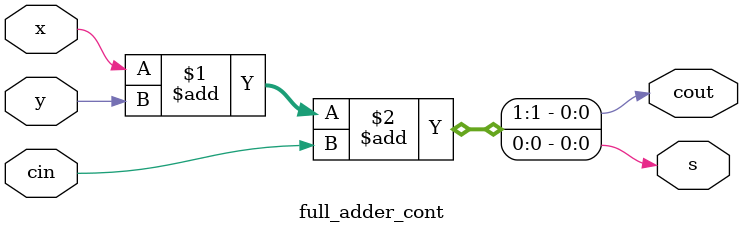
<source format=v>
module full_adder_cont(x, y, cin, cout, s);

    input x, y;
    input cin;

    output s;
    output cout;

    assign {cout,s} = x+y+cin;

endmodule
</source>
